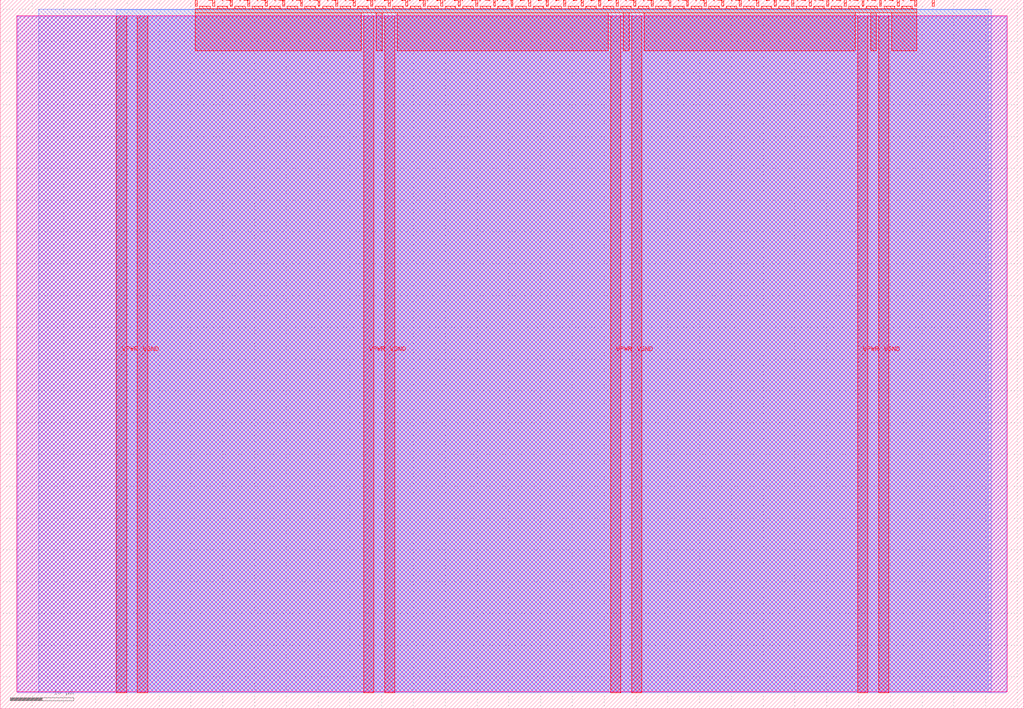
<source format=lef>
VERSION 5.7 ;
  NOWIREEXTENSIONATPIN ON ;
  DIVIDERCHAR "/" ;
  BUSBITCHARS "[]" ;
MACRO tt_um_wokwi_446364830841352193
  CLASS BLOCK ;
  FOREIGN tt_um_wokwi_446364830841352193 ;
  ORIGIN 0.000 0.000 ;
  SIZE 161.000 BY 111.520 ;
  PIN VGND
    DIRECTION INOUT ;
    USE GROUND ;
    PORT
      LAYER met4 ;
        RECT 21.580 2.480 23.180 109.040 ;
    END
    PORT
      LAYER met4 ;
        RECT 60.450 2.480 62.050 109.040 ;
    END
    PORT
      LAYER met4 ;
        RECT 99.320 2.480 100.920 109.040 ;
    END
    PORT
      LAYER met4 ;
        RECT 138.190 2.480 139.790 109.040 ;
    END
  END VGND
  PIN VPWR
    DIRECTION INOUT ;
    USE POWER ;
    PORT
      LAYER met4 ;
        RECT 18.280 2.480 19.880 109.040 ;
    END
    PORT
      LAYER met4 ;
        RECT 57.150 2.480 58.750 109.040 ;
    END
    PORT
      LAYER met4 ;
        RECT 96.020 2.480 97.620 109.040 ;
    END
    PORT
      LAYER met4 ;
        RECT 134.890 2.480 136.490 109.040 ;
    END
  END VPWR
  PIN clk
    DIRECTION INPUT ;
    USE SIGNAL ;
    ANTENNAGATEAREA 0.852000 ;
    PORT
      LAYER met4 ;
        RECT 143.830 110.520 144.130 111.520 ;
    END
  END clk
  PIN ena
    DIRECTION INPUT ;
    USE SIGNAL ;
    PORT
      LAYER met4 ;
        RECT 146.590 110.520 146.890 111.520 ;
    END
  END ena
  PIN rst_n
    DIRECTION INPUT ;
    USE SIGNAL ;
    PORT
      LAYER met4 ;
        RECT 141.070 110.520 141.370 111.520 ;
    END
  END rst_n
  PIN ui_in[0]
    DIRECTION INPUT ;
    USE SIGNAL ;
    ANTENNAGATEAREA 0.196500 ;
    PORT
      LAYER met4 ;
        RECT 138.310 110.520 138.610 111.520 ;
    END
  END ui_in[0]
  PIN ui_in[1]
    DIRECTION INPUT ;
    USE SIGNAL ;
    PORT
      LAYER met4 ;
        RECT 135.550 110.520 135.850 111.520 ;
    END
  END ui_in[1]
  PIN ui_in[2]
    DIRECTION INPUT ;
    USE SIGNAL ;
    PORT
      LAYER met4 ;
        RECT 132.790 110.520 133.090 111.520 ;
    END
  END ui_in[2]
  PIN ui_in[3]
    DIRECTION INPUT ;
    USE SIGNAL ;
    PORT
      LAYER met4 ;
        RECT 130.030 110.520 130.330 111.520 ;
    END
  END ui_in[3]
  PIN ui_in[4]
    DIRECTION INPUT ;
    USE SIGNAL ;
    PORT
      LAYER met4 ;
        RECT 127.270 110.520 127.570 111.520 ;
    END
  END ui_in[4]
  PIN ui_in[5]
    DIRECTION INPUT ;
    USE SIGNAL ;
    PORT
      LAYER met4 ;
        RECT 124.510 110.520 124.810 111.520 ;
    END
  END ui_in[5]
  PIN ui_in[6]
    DIRECTION INPUT ;
    USE SIGNAL ;
    PORT
      LAYER met4 ;
        RECT 121.750 110.520 122.050 111.520 ;
    END
  END ui_in[6]
  PIN ui_in[7]
    DIRECTION INPUT ;
    USE SIGNAL ;
    PORT
      LAYER met4 ;
        RECT 118.990 110.520 119.290 111.520 ;
    END
  END ui_in[7]
  PIN uio_in[0]
    DIRECTION INPUT ;
    USE SIGNAL ;
    PORT
      LAYER met4 ;
        RECT 116.230 110.520 116.530 111.520 ;
    END
  END uio_in[0]
  PIN uio_in[1]
    DIRECTION INPUT ;
    USE SIGNAL ;
    PORT
      LAYER met4 ;
        RECT 113.470 110.520 113.770 111.520 ;
    END
  END uio_in[1]
  PIN uio_in[2]
    DIRECTION INPUT ;
    USE SIGNAL ;
    PORT
      LAYER met4 ;
        RECT 110.710 110.520 111.010 111.520 ;
    END
  END uio_in[2]
  PIN uio_in[3]
    DIRECTION INPUT ;
    USE SIGNAL ;
    PORT
      LAYER met4 ;
        RECT 107.950 110.520 108.250 111.520 ;
    END
  END uio_in[3]
  PIN uio_in[4]
    DIRECTION INPUT ;
    USE SIGNAL ;
    PORT
      LAYER met4 ;
        RECT 105.190 110.520 105.490 111.520 ;
    END
  END uio_in[4]
  PIN uio_in[5]
    DIRECTION INPUT ;
    USE SIGNAL ;
    PORT
      LAYER met4 ;
        RECT 102.430 110.520 102.730 111.520 ;
    END
  END uio_in[5]
  PIN uio_in[6]
    DIRECTION INPUT ;
    USE SIGNAL ;
    PORT
      LAYER met4 ;
        RECT 99.670 110.520 99.970 111.520 ;
    END
  END uio_in[6]
  PIN uio_in[7]
    DIRECTION INPUT ;
    USE SIGNAL ;
    PORT
      LAYER met4 ;
        RECT 96.910 110.520 97.210 111.520 ;
    END
  END uio_in[7]
  PIN uio_oe[0]
    DIRECTION OUTPUT ;
    USE SIGNAL ;
    PORT
      LAYER met4 ;
        RECT 49.990 110.520 50.290 111.520 ;
    END
  END uio_oe[0]
  PIN uio_oe[1]
    DIRECTION OUTPUT ;
    USE SIGNAL ;
    PORT
      LAYER met4 ;
        RECT 47.230 110.520 47.530 111.520 ;
    END
  END uio_oe[1]
  PIN uio_oe[2]
    DIRECTION OUTPUT ;
    USE SIGNAL ;
    PORT
      LAYER met4 ;
        RECT 44.470 110.520 44.770 111.520 ;
    END
  END uio_oe[2]
  PIN uio_oe[3]
    DIRECTION OUTPUT ;
    USE SIGNAL ;
    PORT
      LAYER met4 ;
        RECT 41.710 110.520 42.010 111.520 ;
    END
  END uio_oe[3]
  PIN uio_oe[4]
    DIRECTION OUTPUT ;
    USE SIGNAL ;
    PORT
      LAYER met4 ;
        RECT 38.950 110.520 39.250 111.520 ;
    END
  END uio_oe[4]
  PIN uio_oe[5]
    DIRECTION OUTPUT ;
    USE SIGNAL ;
    PORT
      LAYER met4 ;
        RECT 36.190 110.520 36.490 111.520 ;
    END
  END uio_oe[5]
  PIN uio_oe[6]
    DIRECTION OUTPUT ;
    USE SIGNAL ;
    PORT
      LAYER met4 ;
        RECT 33.430 110.520 33.730 111.520 ;
    END
  END uio_oe[6]
  PIN uio_oe[7]
    DIRECTION OUTPUT ;
    USE SIGNAL ;
    PORT
      LAYER met4 ;
        RECT 30.670 110.520 30.970 111.520 ;
    END
  END uio_oe[7]
  PIN uio_out[0]
    DIRECTION OUTPUT ;
    USE SIGNAL ;
    PORT
      LAYER met4 ;
        RECT 72.070 110.520 72.370 111.520 ;
    END
  END uio_out[0]
  PIN uio_out[1]
    DIRECTION OUTPUT ;
    USE SIGNAL ;
    PORT
      LAYER met4 ;
        RECT 69.310 110.520 69.610 111.520 ;
    END
  END uio_out[1]
  PIN uio_out[2]
    DIRECTION OUTPUT ;
    USE SIGNAL ;
    PORT
      LAYER met4 ;
        RECT 66.550 110.520 66.850 111.520 ;
    END
  END uio_out[2]
  PIN uio_out[3]
    DIRECTION OUTPUT ;
    USE SIGNAL ;
    PORT
      LAYER met4 ;
        RECT 63.790 110.520 64.090 111.520 ;
    END
  END uio_out[3]
  PIN uio_out[4]
    DIRECTION OUTPUT ;
    USE SIGNAL ;
    PORT
      LAYER met4 ;
        RECT 61.030 110.520 61.330 111.520 ;
    END
  END uio_out[4]
  PIN uio_out[5]
    DIRECTION OUTPUT ;
    USE SIGNAL ;
    PORT
      LAYER met4 ;
        RECT 58.270 110.520 58.570 111.520 ;
    END
  END uio_out[5]
  PIN uio_out[6]
    DIRECTION OUTPUT ;
    USE SIGNAL ;
    PORT
      LAYER met4 ;
        RECT 55.510 110.520 55.810 111.520 ;
    END
  END uio_out[6]
  PIN uio_out[7]
    DIRECTION OUTPUT ;
    USE SIGNAL ;
    PORT
      LAYER met4 ;
        RECT 52.750 110.520 53.050 111.520 ;
    END
  END uio_out[7]
  PIN uo_out[0]
    DIRECTION OUTPUT ;
    USE SIGNAL ;
    ANTENNADIFFAREA 0.445500 ;
    PORT
      LAYER met4 ;
        RECT 94.150 110.520 94.450 111.520 ;
    END
  END uo_out[0]
  PIN uo_out[1]
    DIRECTION OUTPUT ;
    USE SIGNAL ;
    PORT
      LAYER met4 ;
        RECT 91.390 110.520 91.690 111.520 ;
    END
  END uo_out[1]
  PIN uo_out[2]
    DIRECTION OUTPUT ;
    USE SIGNAL ;
    PORT
      LAYER met4 ;
        RECT 88.630 110.520 88.930 111.520 ;
    END
  END uo_out[2]
  PIN uo_out[3]
    DIRECTION OUTPUT ;
    USE SIGNAL ;
    PORT
      LAYER met4 ;
        RECT 85.870 110.520 86.170 111.520 ;
    END
  END uo_out[3]
  PIN uo_out[4]
    DIRECTION OUTPUT ;
    USE SIGNAL ;
    PORT
      LAYER met4 ;
        RECT 83.110 110.520 83.410 111.520 ;
    END
  END uo_out[4]
  PIN uo_out[5]
    DIRECTION OUTPUT ;
    USE SIGNAL ;
    PORT
      LAYER met4 ;
        RECT 80.350 110.520 80.650 111.520 ;
    END
  END uo_out[5]
  PIN uo_out[6]
    DIRECTION OUTPUT ;
    USE SIGNAL ;
    PORT
      LAYER met4 ;
        RECT 77.590 110.520 77.890 111.520 ;
    END
  END uo_out[6]
  PIN uo_out[7]
    DIRECTION OUTPUT ;
    USE SIGNAL ;
    PORT
      LAYER met4 ;
        RECT 74.830 110.520 75.130 111.520 ;
    END
  END uo_out[7]
  OBS
      LAYER nwell ;
        RECT 2.570 2.635 158.430 108.990 ;
      LAYER li1 ;
        RECT 2.760 2.635 158.240 108.885 ;
      LAYER met1 ;
        RECT 2.760 2.480 158.240 109.040 ;
      LAYER met2 ;
        RECT 6.080 2.535 155.840 110.005 ;
      LAYER met3 ;
        RECT 18.290 2.555 155.415 109.985 ;
      LAYER met4 ;
        RECT 31.370 110.120 33.030 110.520 ;
        RECT 34.130 110.120 35.790 110.520 ;
        RECT 36.890 110.120 38.550 110.520 ;
        RECT 39.650 110.120 41.310 110.520 ;
        RECT 42.410 110.120 44.070 110.520 ;
        RECT 45.170 110.120 46.830 110.520 ;
        RECT 47.930 110.120 49.590 110.520 ;
        RECT 50.690 110.120 52.350 110.520 ;
        RECT 53.450 110.120 55.110 110.520 ;
        RECT 56.210 110.120 57.870 110.520 ;
        RECT 58.970 110.120 60.630 110.520 ;
        RECT 61.730 110.120 63.390 110.520 ;
        RECT 64.490 110.120 66.150 110.520 ;
        RECT 67.250 110.120 68.910 110.520 ;
        RECT 70.010 110.120 71.670 110.520 ;
        RECT 72.770 110.120 74.430 110.520 ;
        RECT 75.530 110.120 77.190 110.520 ;
        RECT 78.290 110.120 79.950 110.520 ;
        RECT 81.050 110.120 82.710 110.520 ;
        RECT 83.810 110.120 85.470 110.520 ;
        RECT 86.570 110.120 88.230 110.520 ;
        RECT 89.330 110.120 90.990 110.520 ;
        RECT 92.090 110.120 93.750 110.520 ;
        RECT 94.850 110.120 96.510 110.520 ;
        RECT 97.610 110.120 99.270 110.520 ;
        RECT 100.370 110.120 102.030 110.520 ;
        RECT 103.130 110.120 104.790 110.520 ;
        RECT 105.890 110.120 107.550 110.520 ;
        RECT 108.650 110.120 110.310 110.520 ;
        RECT 111.410 110.120 113.070 110.520 ;
        RECT 114.170 110.120 115.830 110.520 ;
        RECT 116.930 110.120 118.590 110.520 ;
        RECT 119.690 110.120 121.350 110.520 ;
        RECT 122.450 110.120 124.110 110.520 ;
        RECT 125.210 110.120 126.870 110.520 ;
        RECT 127.970 110.120 129.630 110.520 ;
        RECT 130.730 110.120 132.390 110.520 ;
        RECT 133.490 110.120 135.150 110.520 ;
        RECT 136.250 110.120 137.910 110.520 ;
        RECT 139.010 110.120 140.670 110.520 ;
        RECT 141.770 110.120 143.430 110.520 ;
        RECT 30.655 109.440 144.145 110.120 ;
        RECT 30.655 103.535 56.750 109.440 ;
        RECT 59.150 103.535 60.050 109.440 ;
        RECT 62.450 103.535 95.620 109.440 ;
        RECT 98.020 103.535 98.920 109.440 ;
        RECT 101.320 103.535 134.490 109.440 ;
        RECT 136.890 103.535 137.790 109.440 ;
        RECT 140.190 103.535 144.145 109.440 ;
  END
END tt_um_wokwi_446364830841352193
END LIBRARY


</source>
